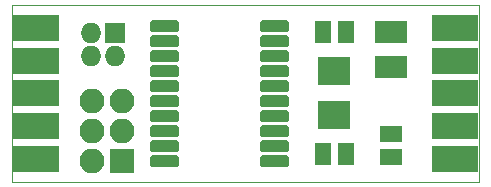
<source format=gts>
G04 #@! TF.GenerationSoftware,KiCad,Pcbnew,(5.1.0-1348-g4ca769472)*
G04 #@! TF.CreationDate,2019-07-24T13:26:59+02:00*
G04 #@! TF.ProjectId,USB Joystick Adapter 'SINCHAI' (SMD Version),55534220-4a6f-4797-9374-69636b204164,1.0*
G04 #@! TF.SameCoordinates,Original*
G04 #@! TF.FileFunction,Soldermask,Top*
G04 #@! TF.FilePolarity,Negative*
%FSLAX46Y46*%
G04 Gerber Fmt 4.6, Leading zero omitted, Abs format (unit mm)*
G04 Created by KiCad (PCBNEW (5.1.0-1348-g4ca769472)) date 2019-07-24 13:26:59*
%MOMM*%
%LPD*%
G04 APERTURE LIST*
%ADD10C,0.090000*%
%ADD11C,0.100000*%
%ADD12C,1.000000*%
%ADD13R,3.880000X2.246667*%
%ADD14R,1.370000X1.900000*%
%ADD15R,1.900000X1.370000*%
%ADD16R,2.800000X1.860000*%
%ADD17R,1.750000X1.750000*%
%ADD18O,1.750000X1.750000*%
%ADD19R,2.800000X2.400000*%
%ADD20R,2.100000X2.100000*%
%ADD21O,2.100000X2.100000*%
G04 APERTURE END LIST*
D10*
X152200000Y-109800000D02*
X112700000Y-109800000D01*
X152200000Y-94800000D02*
X152200000Y-109800000D01*
X112700000Y-94800000D02*
X152200000Y-94800000D01*
X112700000Y-94800000D02*
X112700000Y-109800000D01*
D11*
G36*
X126658671Y-107532030D02*
G01*
X126739777Y-107586223D01*
X126793970Y-107667329D01*
X126813000Y-107763000D01*
X126813000Y-108263000D01*
X126793970Y-108358671D01*
X126739777Y-108439777D01*
X126658671Y-108493970D01*
X126563000Y-108513000D01*
X124613000Y-108513000D01*
X124517329Y-108493970D01*
X124436223Y-108439777D01*
X124382030Y-108358671D01*
X124363000Y-108263000D01*
X124363000Y-107763000D01*
X124382030Y-107667329D01*
X124436223Y-107586223D01*
X124517329Y-107532030D01*
X124613000Y-107513000D01*
X126563000Y-107513000D01*
X126658671Y-107532030D01*
X126658671Y-107532030D01*
G37*
D12*
X125588000Y-108013000D03*
D11*
G36*
X126658671Y-106262030D02*
G01*
X126739777Y-106316223D01*
X126793970Y-106397329D01*
X126813000Y-106493000D01*
X126813000Y-106993000D01*
X126793970Y-107088671D01*
X126739777Y-107169777D01*
X126658671Y-107223970D01*
X126563000Y-107243000D01*
X124613000Y-107243000D01*
X124517329Y-107223970D01*
X124436223Y-107169777D01*
X124382030Y-107088671D01*
X124363000Y-106993000D01*
X124363000Y-106493000D01*
X124382030Y-106397329D01*
X124436223Y-106316223D01*
X124517329Y-106262030D01*
X124613000Y-106243000D01*
X126563000Y-106243000D01*
X126658671Y-106262030D01*
X126658671Y-106262030D01*
G37*
D12*
X125588000Y-106743000D03*
D11*
G36*
X126658671Y-104992030D02*
G01*
X126739777Y-105046223D01*
X126793970Y-105127329D01*
X126813000Y-105223000D01*
X126813000Y-105723000D01*
X126793970Y-105818671D01*
X126739777Y-105899777D01*
X126658671Y-105953970D01*
X126563000Y-105973000D01*
X124613000Y-105973000D01*
X124517329Y-105953970D01*
X124436223Y-105899777D01*
X124382030Y-105818671D01*
X124363000Y-105723000D01*
X124363000Y-105223000D01*
X124382030Y-105127329D01*
X124436223Y-105046223D01*
X124517329Y-104992030D01*
X124613000Y-104973000D01*
X126563000Y-104973000D01*
X126658671Y-104992030D01*
X126658671Y-104992030D01*
G37*
D12*
X125588000Y-105473000D03*
D11*
G36*
X126658671Y-103722030D02*
G01*
X126739777Y-103776223D01*
X126793970Y-103857329D01*
X126813000Y-103953000D01*
X126813000Y-104453000D01*
X126793970Y-104548671D01*
X126739777Y-104629777D01*
X126658671Y-104683970D01*
X126563000Y-104703000D01*
X124613000Y-104703000D01*
X124517329Y-104683970D01*
X124436223Y-104629777D01*
X124382030Y-104548671D01*
X124363000Y-104453000D01*
X124363000Y-103953000D01*
X124382030Y-103857329D01*
X124436223Y-103776223D01*
X124517329Y-103722030D01*
X124613000Y-103703000D01*
X126563000Y-103703000D01*
X126658671Y-103722030D01*
X126658671Y-103722030D01*
G37*
D12*
X125588000Y-104203000D03*
D11*
G36*
X126658671Y-102452030D02*
G01*
X126739777Y-102506223D01*
X126793970Y-102587329D01*
X126813000Y-102683000D01*
X126813000Y-103183000D01*
X126793970Y-103278671D01*
X126739777Y-103359777D01*
X126658671Y-103413970D01*
X126563000Y-103433000D01*
X124613000Y-103433000D01*
X124517329Y-103413970D01*
X124436223Y-103359777D01*
X124382030Y-103278671D01*
X124363000Y-103183000D01*
X124363000Y-102683000D01*
X124382030Y-102587329D01*
X124436223Y-102506223D01*
X124517329Y-102452030D01*
X124613000Y-102433000D01*
X126563000Y-102433000D01*
X126658671Y-102452030D01*
X126658671Y-102452030D01*
G37*
D12*
X125588000Y-102933000D03*
D11*
G36*
X126658671Y-101182030D02*
G01*
X126739777Y-101236223D01*
X126793970Y-101317329D01*
X126813000Y-101413000D01*
X126813000Y-101913000D01*
X126793970Y-102008671D01*
X126739777Y-102089777D01*
X126658671Y-102143970D01*
X126563000Y-102163000D01*
X124613000Y-102163000D01*
X124517329Y-102143970D01*
X124436223Y-102089777D01*
X124382030Y-102008671D01*
X124363000Y-101913000D01*
X124363000Y-101413000D01*
X124382030Y-101317329D01*
X124436223Y-101236223D01*
X124517329Y-101182030D01*
X124613000Y-101163000D01*
X126563000Y-101163000D01*
X126658671Y-101182030D01*
X126658671Y-101182030D01*
G37*
D12*
X125588000Y-101663000D03*
D11*
G36*
X126658671Y-99912030D02*
G01*
X126739777Y-99966223D01*
X126793970Y-100047329D01*
X126813000Y-100143000D01*
X126813000Y-100643000D01*
X126793970Y-100738671D01*
X126739777Y-100819777D01*
X126658671Y-100873970D01*
X126563000Y-100893000D01*
X124613000Y-100893000D01*
X124517329Y-100873970D01*
X124436223Y-100819777D01*
X124382030Y-100738671D01*
X124363000Y-100643000D01*
X124363000Y-100143000D01*
X124382030Y-100047329D01*
X124436223Y-99966223D01*
X124517329Y-99912030D01*
X124613000Y-99893000D01*
X126563000Y-99893000D01*
X126658671Y-99912030D01*
X126658671Y-99912030D01*
G37*
D12*
X125588000Y-100393000D03*
D11*
G36*
X126658671Y-98642030D02*
G01*
X126739777Y-98696223D01*
X126793970Y-98777329D01*
X126813000Y-98873000D01*
X126813000Y-99373000D01*
X126793970Y-99468671D01*
X126739777Y-99549777D01*
X126658671Y-99603970D01*
X126563000Y-99623000D01*
X124613000Y-99623000D01*
X124517329Y-99603970D01*
X124436223Y-99549777D01*
X124382030Y-99468671D01*
X124363000Y-99373000D01*
X124363000Y-98873000D01*
X124382030Y-98777329D01*
X124436223Y-98696223D01*
X124517329Y-98642030D01*
X124613000Y-98623000D01*
X126563000Y-98623000D01*
X126658671Y-98642030D01*
X126658671Y-98642030D01*
G37*
D12*
X125588000Y-99123000D03*
D11*
G36*
X126658671Y-97372030D02*
G01*
X126739777Y-97426223D01*
X126793970Y-97507329D01*
X126813000Y-97603000D01*
X126813000Y-98103000D01*
X126793970Y-98198671D01*
X126739777Y-98279777D01*
X126658671Y-98333970D01*
X126563000Y-98353000D01*
X124613000Y-98353000D01*
X124517329Y-98333970D01*
X124436223Y-98279777D01*
X124382030Y-98198671D01*
X124363000Y-98103000D01*
X124363000Y-97603000D01*
X124382030Y-97507329D01*
X124436223Y-97426223D01*
X124517329Y-97372030D01*
X124613000Y-97353000D01*
X126563000Y-97353000D01*
X126658671Y-97372030D01*
X126658671Y-97372030D01*
G37*
D12*
X125588000Y-97853000D03*
D11*
G36*
X126658671Y-96102030D02*
G01*
X126739777Y-96156223D01*
X126793970Y-96237329D01*
X126813000Y-96333000D01*
X126813000Y-96833000D01*
X126793970Y-96928671D01*
X126739777Y-97009777D01*
X126658671Y-97063970D01*
X126563000Y-97083000D01*
X124613000Y-97083000D01*
X124517329Y-97063970D01*
X124436223Y-97009777D01*
X124382030Y-96928671D01*
X124363000Y-96833000D01*
X124363000Y-96333000D01*
X124382030Y-96237329D01*
X124436223Y-96156223D01*
X124517329Y-96102030D01*
X124613000Y-96083000D01*
X126563000Y-96083000D01*
X126658671Y-96102030D01*
X126658671Y-96102030D01*
G37*
D12*
X125588000Y-96583000D03*
D11*
G36*
X135958671Y-96102030D02*
G01*
X136039777Y-96156223D01*
X136093970Y-96237329D01*
X136113000Y-96333000D01*
X136113000Y-96833000D01*
X136093970Y-96928671D01*
X136039777Y-97009777D01*
X135958671Y-97063970D01*
X135863000Y-97083000D01*
X133913000Y-97083000D01*
X133817329Y-97063970D01*
X133736223Y-97009777D01*
X133682030Y-96928671D01*
X133663000Y-96833000D01*
X133663000Y-96333000D01*
X133682030Y-96237329D01*
X133736223Y-96156223D01*
X133817329Y-96102030D01*
X133913000Y-96083000D01*
X135863000Y-96083000D01*
X135958671Y-96102030D01*
X135958671Y-96102030D01*
G37*
D12*
X134888000Y-96583000D03*
D11*
G36*
X135958671Y-97372030D02*
G01*
X136039777Y-97426223D01*
X136093970Y-97507329D01*
X136113000Y-97603000D01*
X136113000Y-98103000D01*
X136093970Y-98198671D01*
X136039777Y-98279777D01*
X135958671Y-98333970D01*
X135863000Y-98353000D01*
X133913000Y-98353000D01*
X133817329Y-98333970D01*
X133736223Y-98279777D01*
X133682030Y-98198671D01*
X133663000Y-98103000D01*
X133663000Y-97603000D01*
X133682030Y-97507329D01*
X133736223Y-97426223D01*
X133817329Y-97372030D01*
X133913000Y-97353000D01*
X135863000Y-97353000D01*
X135958671Y-97372030D01*
X135958671Y-97372030D01*
G37*
D12*
X134888000Y-97853000D03*
D11*
G36*
X135958671Y-98642030D02*
G01*
X136039777Y-98696223D01*
X136093970Y-98777329D01*
X136113000Y-98873000D01*
X136113000Y-99373000D01*
X136093970Y-99468671D01*
X136039777Y-99549777D01*
X135958671Y-99603970D01*
X135863000Y-99623000D01*
X133913000Y-99623000D01*
X133817329Y-99603970D01*
X133736223Y-99549777D01*
X133682030Y-99468671D01*
X133663000Y-99373000D01*
X133663000Y-98873000D01*
X133682030Y-98777329D01*
X133736223Y-98696223D01*
X133817329Y-98642030D01*
X133913000Y-98623000D01*
X135863000Y-98623000D01*
X135958671Y-98642030D01*
X135958671Y-98642030D01*
G37*
D12*
X134888000Y-99123000D03*
D11*
G36*
X135958671Y-99912030D02*
G01*
X136039777Y-99966223D01*
X136093970Y-100047329D01*
X136113000Y-100143000D01*
X136113000Y-100643000D01*
X136093970Y-100738671D01*
X136039777Y-100819777D01*
X135958671Y-100873970D01*
X135863000Y-100893000D01*
X133913000Y-100893000D01*
X133817329Y-100873970D01*
X133736223Y-100819777D01*
X133682030Y-100738671D01*
X133663000Y-100643000D01*
X133663000Y-100143000D01*
X133682030Y-100047329D01*
X133736223Y-99966223D01*
X133817329Y-99912030D01*
X133913000Y-99893000D01*
X135863000Y-99893000D01*
X135958671Y-99912030D01*
X135958671Y-99912030D01*
G37*
D12*
X134888000Y-100393000D03*
D11*
G36*
X135958671Y-101182030D02*
G01*
X136039777Y-101236223D01*
X136093970Y-101317329D01*
X136113000Y-101413000D01*
X136113000Y-101913000D01*
X136093970Y-102008671D01*
X136039777Y-102089777D01*
X135958671Y-102143970D01*
X135863000Y-102163000D01*
X133913000Y-102163000D01*
X133817329Y-102143970D01*
X133736223Y-102089777D01*
X133682030Y-102008671D01*
X133663000Y-101913000D01*
X133663000Y-101413000D01*
X133682030Y-101317329D01*
X133736223Y-101236223D01*
X133817329Y-101182030D01*
X133913000Y-101163000D01*
X135863000Y-101163000D01*
X135958671Y-101182030D01*
X135958671Y-101182030D01*
G37*
D12*
X134888000Y-101663000D03*
D11*
G36*
X135958671Y-102452030D02*
G01*
X136039777Y-102506223D01*
X136093970Y-102587329D01*
X136113000Y-102683000D01*
X136113000Y-103183000D01*
X136093970Y-103278671D01*
X136039777Y-103359777D01*
X135958671Y-103413970D01*
X135863000Y-103433000D01*
X133913000Y-103433000D01*
X133817329Y-103413970D01*
X133736223Y-103359777D01*
X133682030Y-103278671D01*
X133663000Y-103183000D01*
X133663000Y-102683000D01*
X133682030Y-102587329D01*
X133736223Y-102506223D01*
X133817329Y-102452030D01*
X133913000Y-102433000D01*
X135863000Y-102433000D01*
X135958671Y-102452030D01*
X135958671Y-102452030D01*
G37*
D12*
X134888000Y-102933000D03*
D11*
G36*
X135958671Y-103722030D02*
G01*
X136039777Y-103776223D01*
X136093970Y-103857329D01*
X136113000Y-103953000D01*
X136113000Y-104453000D01*
X136093970Y-104548671D01*
X136039777Y-104629777D01*
X135958671Y-104683970D01*
X135863000Y-104703000D01*
X133913000Y-104703000D01*
X133817329Y-104683970D01*
X133736223Y-104629777D01*
X133682030Y-104548671D01*
X133663000Y-104453000D01*
X133663000Y-103953000D01*
X133682030Y-103857329D01*
X133736223Y-103776223D01*
X133817329Y-103722030D01*
X133913000Y-103703000D01*
X135863000Y-103703000D01*
X135958671Y-103722030D01*
X135958671Y-103722030D01*
G37*
D12*
X134888000Y-104203000D03*
D11*
G36*
X135958671Y-104992030D02*
G01*
X136039777Y-105046223D01*
X136093970Y-105127329D01*
X136113000Y-105223000D01*
X136113000Y-105723000D01*
X136093970Y-105818671D01*
X136039777Y-105899777D01*
X135958671Y-105953970D01*
X135863000Y-105973000D01*
X133913000Y-105973000D01*
X133817329Y-105953970D01*
X133736223Y-105899777D01*
X133682030Y-105818671D01*
X133663000Y-105723000D01*
X133663000Y-105223000D01*
X133682030Y-105127329D01*
X133736223Y-105046223D01*
X133817329Y-104992030D01*
X133913000Y-104973000D01*
X135863000Y-104973000D01*
X135958671Y-104992030D01*
X135958671Y-104992030D01*
G37*
D12*
X134888000Y-105473000D03*
D11*
G36*
X135958671Y-106262030D02*
G01*
X136039777Y-106316223D01*
X136093970Y-106397329D01*
X136113000Y-106493000D01*
X136113000Y-106993000D01*
X136093970Y-107088671D01*
X136039777Y-107169777D01*
X135958671Y-107223970D01*
X135863000Y-107243000D01*
X133913000Y-107243000D01*
X133817329Y-107223970D01*
X133736223Y-107169777D01*
X133682030Y-107088671D01*
X133663000Y-106993000D01*
X133663000Y-106493000D01*
X133682030Y-106397329D01*
X133736223Y-106316223D01*
X133817329Y-106262030D01*
X133913000Y-106243000D01*
X135863000Y-106243000D01*
X135958671Y-106262030D01*
X135958671Y-106262030D01*
G37*
D12*
X134888000Y-106743000D03*
D11*
G36*
X135958671Y-107532030D02*
G01*
X136039777Y-107586223D01*
X136093970Y-107667329D01*
X136113000Y-107763000D01*
X136113000Y-108263000D01*
X136093970Y-108358671D01*
X136039777Y-108439777D01*
X135958671Y-108493970D01*
X135863000Y-108513000D01*
X133913000Y-108513000D01*
X133817329Y-108493970D01*
X133736223Y-108439777D01*
X133682030Y-108358671D01*
X133663000Y-108263000D01*
X133663000Y-107763000D01*
X133682030Y-107667329D01*
X133736223Y-107586223D01*
X133817329Y-107532030D01*
X133913000Y-107513000D01*
X135863000Y-107513000D01*
X135958671Y-107532030D01*
X135958671Y-107532030D01*
G37*
D12*
X134888000Y-108013000D03*
D13*
X150200000Y-96760000D03*
X150200000Y-99530000D03*
X150200000Y-102300000D03*
X150200000Y-105070000D03*
X150200000Y-107840000D03*
X114700000Y-107840000D03*
X114700000Y-105070000D03*
X114700000Y-102300000D03*
X114700000Y-99530000D03*
X114700000Y-96760000D03*
D14*
X140955000Y-107400000D03*
X139045000Y-107400000D03*
X140955000Y-97100000D03*
X139045000Y-97100000D03*
D15*
X144800000Y-105745000D03*
X144800000Y-107655000D03*
D16*
X144800000Y-100080000D03*
X144800000Y-97120000D03*
D17*
X121396000Y-97150800D03*
D18*
X121396000Y-99150800D03*
X119396000Y-97150800D03*
X119396000Y-99150800D03*
D19*
X139978000Y-104096000D03*
X139978000Y-100396000D03*
D20*
X121996000Y-108001000D03*
D21*
X119456000Y-108001000D03*
X121996000Y-105461000D03*
X119456000Y-105461000D03*
X121996000Y-102921000D03*
X119456000Y-102921000D03*
M02*

</source>
